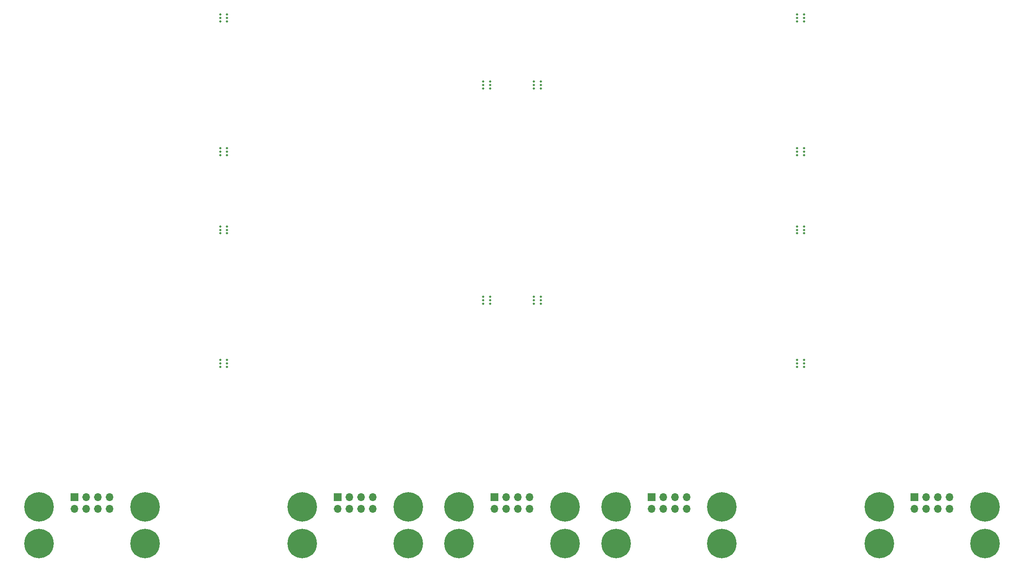
<source format=gbr>
%TF.GenerationSoftware,KiCad,Pcbnew,(6.0.4)*%
%TF.CreationDate,2022-05-27T18:55:53+02:00*%
%TF.ProjectId,Four segments and colon,466f7572-2073-4656-976d-656e74732061,rev?*%
%TF.SameCoordinates,Original*%
%TF.FileFunction,Soldermask,Bot*%
%TF.FilePolarity,Negative*%
%FSLAX46Y46*%
G04 Gerber Fmt 4.6, Leading zero omitted, Abs format (unit mm)*
G04 Created by KiCad (PCBNEW (6.0.4)) date 2022-05-27 18:55:53*
%MOMM*%
%LPD*%
G01*
G04 APERTURE LIST*
%ADD10R,1.700000X1.700000*%
%ADD11O,1.700000X1.700000*%
%ADD12C,0.800000*%
%ADD13C,6.400000*%
%ADD14C,0.500000*%
G04 APERTURE END LIST*
D10*
%TO.C,J1*%
X41070000Y-133851371D03*
D11*
X41070000Y-136391371D03*
X43610000Y-133851371D03*
X43610000Y-136391371D03*
X46150000Y-133851371D03*
X46150000Y-136391371D03*
X48690000Y-133851371D03*
X48690000Y-136391371D03*
%TD*%
D12*
%TO.C,H1*%
X33380000Y-146381371D03*
X30980000Y-143981371D03*
X33380000Y-141581371D03*
X31682944Y-145678427D03*
X35780000Y-143981371D03*
D13*
X33380000Y-143981371D03*
D12*
X31682944Y-142284315D03*
X35077056Y-142284315D03*
X35077056Y-145678427D03*
%TD*%
%TO.C,H4*%
X215771085Y-133581371D03*
X218171085Y-135981371D03*
X217468141Y-137678427D03*
X217468141Y-134284315D03*
D13*
X215771085Y-135981371D03*
D12*
X213371085Y-135981371D03*
X214074029Y-134284315D03*
X214074029Y-137678427D03*
X215771085Y-138381371D03*
%TD*%
D14*
%TO.C,mouse-bite-2mm-slot*%
X72695700Y-104100000D03*
X74195700Y-104100000D03*
X74195700Y-105600000D03*
X74195700Y-104850000D03*
X72695700Y-105600000D03*
X72695700Y-104850000D03*
%TD*%
D10*
%TO.C,J1*%
X98201400Y-133851371D03*
D11*
X98201400Y-136391371D03*
X100741400Y-133851371D03*
X100741400Y-136391371D03*
X103281400Y-133851371D03*
X103281400Y-136391371D03*
X105821400Y-133851371D03*
X105821400Y-136391371D03*
%TD*%
D12*
%TO.C,H4*%
X90511400Y-138381371D03*
X92911400Y-135981371D03*
D13*
X90511400Y-135981371D03*
D12*
X88111400Y-135981371D03*
X88814344Y-134284315D03*
X90511400Y-133581371D03*
X92208456Y-137678427D03*
X88814344Y-137678427D03*
X92208456Y-134284315D03*
%TD*%
%TO.C,H4*%
X33380000Y-138381371D03*
X35780000Y-135981371D03*
D13*
X33380000Y-135981371D03*
D12*
X30980000Y-135981371D03*
X31682944Y-134284315D03*
X33380000Y-133581371D03*
X35077056Y-137678427D03*
X31682944Y-137678427D03*
X35077056Y-134284315D03*
%TD*%
D10*
%TO.C,J1*%
X166329685Y-133851371D03*
D11*
X166329685Y-136391371D03*
X168869685Y-133851371D03*
X168869685Y-136391371D03*
X171409685Y-133851371D03*
X171409685Y-136391371D03*
X173949685Y-133851371D03*
X173949685Y-136391371D03*
%TD*%
D13*
%TO.C,H1*%
X215771085Y-143981371D03*
D12*
X218171085Y-143981371D03*
X215771085Y-146381371D03*
X214074029Y-145678427D03*
X217468141Y-145678427D03*
X214074029Y-142284315D03*
X217468141Y-142284315D03*
X213371085Y-143981371D03*
X215771085Y-141581371D03*
%TD*%
D14*
%TO.C,mouse-bite-2mm-slot*%
X131327000Y-45150000D03*
X129827000Y-45150000D03*
X129827000Y-43650000D03*
X131327000Y-44400000D03*
X129827000Y-44400000D03*
X131327000Y-43650000D03*
%TD*%
%TO.C,mouse-bite-2mm-slot*%
X199455385Y-75850000D03*
X199455385Y-75100000D03*
X197955385Y-75100000D03*
X197955385Y-75850000D03*
X199455385Y-76600000D03*
X197955385Y-76600000D03*
%TD*%
%TO.C,mouse-bite-2mm-slot*%
X74195700Y-58850000D03*
X74195700Y-59600000D03*
X74195700Y-58100000D03*
X72695700Y-58100000D03*
X72695700Y-58850000D03*
X72695700Y-59600000D03*
%TD*%
D12*
%TO.C,H4*%
X160336741Y-137678427D03*
X156239685Y-135981371D03*
X156942629Y-137678427D03*
X156942629Y-134284315D03*
X161039685Y-135981371D03*
X158639685Y-138381371D03*
X160336741Y-134284315D03*
X158639685Y-133581371D03*
D13*
X158639685Y-135981371D03*
%TD*%
D12*
%TO.C,H2*%
X240468141Y-142284315D03*
X236371085Y-143981371D03*
D13*
X238771085Y-143981371D03*
D12*
X238771085Y-141581371D03*
X240468141Y-145678427D03*
X238771085Y-146381371D03*
X241171085Y-143981371D03*
X237074029Y-142284315D03*
X237074029Y-145678427D03*
%TD*%
%TO.C,H4*%
X126274057Y-134284315D03*
X126977001Y-135981371D03*
D13*
X124577001Y-135981371D03*
D12*
X122177001Y-135981371D03*
X124577001Y-138381371D03*
X126274057Y-137678427D03*
X122879945Y-137678427D03*
X122879945Y-134284315D03*
X124577001Y-133581371D03*
%TD*%
%TO.C,H3*%
X236371085Y-135981371D03*
D13*
X238771085Y-135981371D03*
D12*
X237074029Y-137678427D03*
X237074029Y-134284315D03*
X240468141Y-137678427D03*
X240468141Y-134284315D03*
X238771085Y-133581371D03*
X241171085Y-135981371D03*
X238771085Y-138381371D03*
%TD*%
D14*
%TO.C,mouse-bite-2mm-slot*%
X199455385Y-104100000D03*
X199455385Y-105600000D03*
X199455385Y-104850000D03*
X197955385Y-104100000D03*
X197955385Y-104850000D03*
X197955385Y-105600000D03*
%TD*%
D12*
%TO.C,H1*%
X122177001Y-143981371D03*
X126977001Y-143981371D03*
X122879945Y-142284315D03*
X122879945Y-145678427D03*
D13*
X124577001Y-143981371D03*
D12*
X126274057Y-145678427D03*
X124577001Y-146381371D03*
X124577001Y-141581371D03*
X126274057Y-142284315D03*
%TD*%
%TO.C,H1*%
X90511400Y-146381371D03*
X88111400Y-143981371D03*
X90511400Y-141581371D03*
X88814344Y-145678427D03*
X92911400Y-143981371D03*
D13*
X90511400Y-143981371D03*
D12*
X88814344Y-142284315D03*
X92208456Y-142284315D03*
X92208456Y-145678427D03*
%TD*%
D14*
%TO.C,mouse-bite-2mm-slot*%
X199455385Y-29100000D03*
X197955385Y-29100000D03*
X199455385Y-29850000D03*
X197955385Y-30600000D03*
X197955385Y-29850000D03*
X199455385Y-30600000D03*
%TD*%
D12*
%TO.C,H3*%
X111111400Y-135981371D03*
X113511400Y-138381371D03*
X113511400Y-133581371D03*
X115208456Y-137678427D03*
X111814344Y-134284315D03*
D13*
X113511400Y-135981371D03*
D12*
X115911400Y-135981371D03*
X111814344Y-137678427D03*
X115208456Y-134284315D03*
%TD*%
D14*
%TO.C,mouse-bite-2mm-slot*%
X72695700Y-75100000D03*
X74195700Y-75100000D03*
X72695700Y-76600000D03*
X74195700Y-76600000D03*
X72695700Y-75850000D03*
X74195700Y-75850000D03*
%TD*%
D12*
%TO.C,H2*%
X183336741Y-145678427D03*
X179942629Y-145678427D03*
X181639685Y-141581371D03*
X183336741Y-142284315D03*
X179239685Y-143981371D03*
X179942629Y-142284315D03*
X184039685Y-143981371D03*
D13*
X181639685Y-143981371D03*
D12*
X181639685Y-146381371D03*
%TD*%
%TO.C,H1*%
X156239685Y-143981371D03*
X156942629Y-142284315D03*
D13*
X158639685Y-143981371D03*
D12*
X156942629Y-145678427D03*
X158639685Y-146381371D03*
X160336741Y-145678427D03*
X158639685Y-141581371D03*
X161039685Y-143981371D03*
X160336741Y-142284315D03*
%TD*%
%TO.C,H3*%
X179239685Y-135981371D03*
X183336741Y-137678427D03*
X181639685Y-138381371D03*
X184039685Y-135981371D03*
D13*
X181639685Y-135981371D03*
D12*
X179942629Y-137678427D03*
X181639685Y-133581371D03*
X179942629Y-134284315D03*
X183336741Y-134284315D03*
%TD*%
D14*
%TO.C,mouse-bite-2mm-slot*%
X74195700Y-30600000D03*
X72695700Y-29100000D03*
X72695700Y-29850000D03*
X74195700Y-29850000D03*
X72695700Y-30600000D03*
X74195700Y-29100000D03*
%TD*%
%TO.C,mouse-bite-2mm-slot*%
X129825000Y-90388000D03*
X129825000Y-91138000D03*
X131325000Y-91138000D03*
X131325000Y-90388000D03*
X129825000Y-91888000D03*
X131325000Y-91888000D03*
%TD*%
D12*
%TO.C,H3*%
X53980000Y-135981371D03*
X56380000Y-138381371D03*
X56380000Y-133581371D03*
X58077056Y-137678427D03*
X54682944Y-134284315D03*
D13*
X56380000Y-135981371D03*
D12*
X58780000Y-135981371D03*
X54682944Y-137678427D03*
X58077056Y-134284315D03*
%TD*%
D14*
%TO.C,mouse-bite-2mm-slot*%
X140825000Y-90388000D03*
X140825000Y-91138000D03*
X142325000Y-91138000D03*
X142325000Y-90388000D03*
X140825000Y-91888000D03*
X142325000Y-91888000D03*
%TD*%
%TO.C,mouse-bite-2mm-slot*%
X142327000Y-45150000D03*
X140827000Y-45150000D03*
X140827000Y-43650000D03*
X142327000Y-44400000D03*
X140827000Y-44400000D03*
X142327000Y-43650000D03*
%TD*%
D12*
%TO.C,H2*%
X145879945Y-145678427D03*
X147577001Y-141581371D03*
X149977001Y-143981371D03*
D13*
X147577001Y-143981371D03*
D12*
X145177001Y-143981371D03*
X147577001Y-146381371D03*
X149274057Y-145678427D03*
X145879945Y-142284315D03*
X149274057Y-142284315D03*
%TD*%
%TO.C,H2*%
X115208456Y-145678427D03*
X115208456Y-142284315D03*
X111111400Y-143981371D03*
X111814344Y-145678427D03*
X113511400Y-141581371D03*
X115911400Y-143981371D03*
X111814344Y-142284315D03*
X113511400Y-146381371D03*
D13*
X113511400Y-143981371D03*
%TD*%
D12*
%TO.C,H3*%
X145177001Y-135981371D03*
X147577001Y-133581371D03*
X149977001Y-135981371D03*
D13*
X147577001Y-135981371D03*
D12*
X149274057Y-134284315D03*
X147577001Y-138381371D03*
X145879945Y-137678427D03*
X145879945Y-134284315D03*
X149274057Y-137678427D03*
%TD*%
D10*
%TO.C,J1*%
X132267001Y-133851371D03*
D11*
X132267001Y-136391371D03*
X134807001Y-133851371D03*
X134807001Y-136391371D03*
X137347001Y-133851371D03*
X137347001Y-136391371D03*
X139887001Y-133851371D03*
X139887001Y-136391371D03*
%TD*%
D12*
%TO.C,H2*%
X58077056Y-145678427D03*
X58077056Y-142284315D03*
X53980000Y-143981371D03*
X54682944Y-145678427D03*
X56380000Y-141581371D03*
X58780000Y-143981371D03*
X54682944Y-142284315D03*
X56380000Y-146381371D03*
D13*
X56380000Y-143981371D03*
%TD*%
D14*
%TO.C,mouse-bite-2mm-slot*%
X199455385Y-58100000D03*
X199455385Y-59600000D03*
X197955385Y-58850000D03*
X199455385Y-58850000D03*
X197955385Y-58100000D03*
X197955385Y-59600000D03*
%TD*%
D10*
%TO.C,J1*%
X223461085Y-133851371D03*
D11*
X223461085Y-136391371D03*
X226001085Y-133851371D03*
X226001085Y-136391371D03*
X228541085Y-133851371D03*
X228541085Y-136391371D03*
X231081085Y-133851371D03*
X231081085Y-136391371D03*
%TD*%
M02*

</source>
